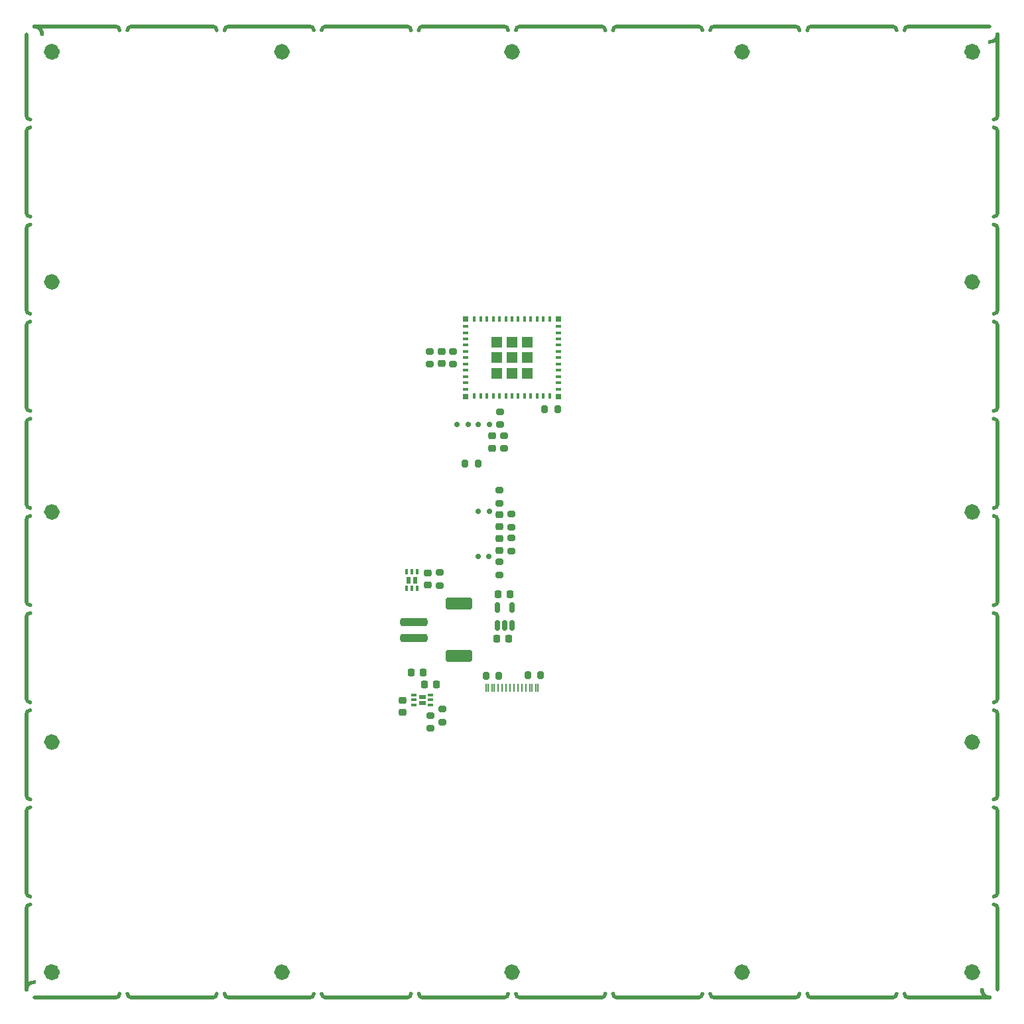
<source format=gtp>
G04 #@! TF.GenerationSoftware,KiCad,Pcbnew,7.0.7*
G04 #@! TF.CreationDate,2023-10-06T21:03:47+01:00*
G04 #@! TF.ProjectId,stencil,7374656e-6369-46c2-9e6b-696361645f70,C*
G04 #@! TF.SameCoordinates,PX8044ea0PY76ec560*
G04 #@! TF.FileFunction,Paste,Top*
G04 #@! TF.FilePolarity,Positive*
%FSLAX46Y46*%
G04 Gerber Fmt 4.6, Leading zero omitted, Abs format (unit mm)*
G04 Created by KiCad (PCBNEW 7.0.7) date 2023-10-06 21:03:47*
%MOMM*%
%LPD*%
G01*
G04 APERTURE LIST*
G04 Aperture macros list*
%AMRoundRect*
0 Rectangle with rounded corners*
0 $1 Rounding radius*
0 $2 $3 $4 $5 $6 $7 $8 $9 X,Y pos of 4 corners*
0 Add a 4 corners polygon primitive as box body*
4,1,4,$2,$3,$4,$5,$6,$7,$8,$9,$2,$3,0*
0 Add four circle primitives for the rounded corners*
1,1,$1+$1,$2,$3*
1,1,$1+$1,$4,$5*
1,1,$1+$1,$6,$7*
1,1,$1+$1,$8,$9*
0 Add four rect primitives between the rounded corners*
20,1,$1+$1,$2,$3,$4,$5,0*
20,1,$1+$1,$4,$5,$6,$7,0*
20,1,$1+$1,$6,$7,$8,$9,0*
20,1,$1+$1,$8,$9,$2,$3,0*%
G04 Aperture macros list end*
%ADD10C,1.000000*%
%ADD11C,0.500000*%
%ADD12C,1.050000*%
%ADD13R,0.630000X0.820000*%
%ADD14R,0.350000X0.650000*%
%ADD15RoundRect,0.200000X-0.275000X0.200000X-0.275000X-0.200000X0.275000X-0.200000X0.275000X0.200000X0*%
%ADD16RoundRect,0.225000X0.225000X0.250000X-0.225000X0.250000X-0.225000X-0.250000X0.225000X-0.250000X0*%
%ADD17RoundRect,0.225000X-0.225000X-0.250000X0.225000X-0.250000X0.225000X0.250000X-0.225000X0.250000X0*%
%ADD18RoundRect,0.150000X0.150000X0.200000X-0.150000X0.200000X-0.150000X-0.200000X0.150000X-0.200000X0*%
%ADD19RoundRect,0.218750X-0.256250X0.218750X-0.256250X-0.218750X0.256250X-0.218750X0.256250X0.218750X0*%
%ADD20RoundRect,0.200000X-0.200000X-0.275000X0.200000X-0.275000X0.200000X0.275000X-0.200000X0.275000X0*%
%ADD21RoundRect,0.200000X0.275000X-0.200000X0.275000X0.200000X-0.275000X0.200000X-0.275000X-0.200000X0*%
%ADD22R,0.800000X0.400000*%
%ADD23R,0.400000X0.800000*%
%ADD24R,1.450000X1.450000*%
%ADD25R,0.700000X0.700000*%
%ADD26RoundRect,0.225000X-0.250000X0.225000X-0.250000X-0.225000X0.250000X-0.225000X0.250000X0.225000X0*%
%ADD27RoundRect,0.150000X-0.150000X-0.200000X0.150000X-0.200000X0.150000X0.200000X-0.150000X0.200000X0*%
%ADD28RoundRect,0.200000X0.200000X0.275000X-0.200000X0.275000X-0.200000X-0.275000X0.200000X-0.275000X0*%
%ADD29RoundRect,0.225000X0.250000X-0.225000X0.250000X0.225000X-0.250000X0.225000X-0.250000X-0.225000X0*%
%ADD30R,0.280000X1.130000*%
%ADD31R,0.230000X1.130000*%
%ADD32RoundRect,0.250000X1.500000X-0.250000X1.500000X0.250000X-1.500000X0.250000X-1.500000X-0.250000X0*%
%ADD33RoundRect,0.250001X1.449999X-0.499999X1.449999X0.499999X-1.449999X0.499999X-1.449999X-0.499999X0*%
%ADD34RoundRect,0.150000X0.150000X-0.512500X0.150000X0.512500X-0.150000X0.512500X-0.150000X-0.512500X0*%
%ADD35R,0.820000X0.630000*%
%ADD36R,0.650000X0.350000*%
G04 APERTURE END LIST*
D10*
X17599819Y89550000D02*
G75*
G03*
X17599819Y89550000I-500000J0D01*
G01*
D11*
X79099819Y-7400000D02*
X79099819Y-17800000D01*
X77099800Y-30200000D02*
G75*
G03*
X78099819Y-31200000I1000000J0D01*
G01*
X-8700181Y-31200019D02*
G75*
G03*
X-8200181Y-30700000I-19J500019D01*
G01*
X79099819Y29800000D02*
X79099819Y19400000D01*
X-44900200Y44200000D02*
G75*
G03*
X-44400181Y43700000I500000J0D01*
G01*
X41399800Y92300000D02*
G75*
G03*
X40899819Y92800000I-500000J0D01*
G01*
X17599800Y-30700000D02*
G75*
G03*
X18099819Y-31200000I500000J0D01*
G01*
X79099800Y-7400000D02*
G75*
G03*
X78599819Y-6900000I-500000J0D01*
G01*
X40899819Y-31200019D02*
G75*
G03*
X41399819Y-30700000I-19J500019D01*
G01*
X28999800Y92300000D02*
G75*
G03*
X28499819Y92800000I-500000J0D01*
G01*
X5699819Y-31200000D02*
X16099819Y-31200000D01*
D12*
X76374819Y-27950000D02*
G75*
G03*
X76374819Y-27950000I-525000J0D01*
G01*
D11*
X-44900200Y31800000D02*
G75*
G03*
X-44400181Y31300000I500000J0D01*
G01*
X79099819Y17400000D02*
X79099819Y7000000D01*
X-44900200Y-5400000D02*
G75*
G03*
X-44400181Y-5900000I500000J0D01*
G01*
X54799800Y-30700000D02*
G75*
G03*
X55299819Y-31200000I500000J0D01*
G01*
X-33500181Y-31200019D02*
G75*
G03*
X-33000181Y-30700000I-19J500019D01*
G01*
X-44900200Y56600000D02*
G75*
G03*
X-44400181Y56100000I500000J0D01*
G01*
D10*
X-41150181Y30800000D02*
G75*
G03*
X-41150181Y30800000I-500000J0D01*
G01*
D11*
X-44400181Y67499981D02*
G75*
G03*
X-44900181Y67000000I-19J-499981D01*
G01*
X-19100181Y92800000D02*
X-8700181Y92800000D01*
X-44900200Y7000000D02*
G75*
G03*
X-44400181Y6500000I500000J0D01*
G01*
X78599819Y43699981D02*
G75*
G03*
X79099819Y44200000I-19J500019D01*
G01*
X78599819Y18899981D02*
G75*
G03*
X79099819Y19400000I-19J500019D01*
G01*
X30499819Y92800000D02*
X40899819Y92800000D01*
X-43900181Y-31200000D02*
X-33500181Y-31200000D01*
X-6700181Y92800000D02*
X3699819Y92800000D01*
X-44900181Y54600000D02*
X-44900181Y44200000D01*
X-44900181Y5000000D02*
X-44900181Y-5400000D01*
X-44400181Y42699981D02*
G75*
G03*
X-44900181Y42200000I-19J-499981D01*
G01*
X53799800Y92300000D02*
G75*
G03*
X53299819Y92800000I-500000J0D01*
G01*
D12*
X-41125181Y89550000D02*
G75*
G03*
X-41125181Y89550000I-525000J0D01*
G01*
D11*
X-44400181Y79899981D02*
G75*
G03*
X-44900181Y79400000I-19J-499981D01*
G01*
X79099800Y29800000D02*
G75*
G03*
X78599819Y30300000I-500000J0D01*
G01*
X78599819Y6499981D02*
G75*
G03*
X79099819Y7000000I-19J500019D01*
G01*
D10*
X-11775181Y89550000D02*
G75*
G03*
X-11775181Y89550000I-500000J0D01*
G01*
X46974819Y89550000D02*
G75*
G03*
X46974819Y89550000I-500000J0D01*
G01*
D11*
X79099819Y5000000D02*
X79099819Y-5400000D01*
X18099819Y92799981D02*
G75*
G03*
X17599819Y92300000I-19J-499981D01*
G01*
D12*
X76374819Y89550000D02*
G75*
G03*
X76374819Y89550000I-525000J0D01*
G01*
D11*
X78599819Y80899981D02*
G75*
G03*
X79099819Y81400000I-19J500019D01*
G01*
X-20600200Y92300000D02*
G75*
G03*
X-21100181Y92800000I-500000J0D01*
G01*
X18099819Y-31200000D02*
X28499819Y-31200000D01*
X30499819Y-31200000D02*
X40899819Y-31200000D01*
X79099819Y-19800000D02*
X79099819Y-30200000D01*
X5199800Y-30700000D02*
G75*
G03*
X5699819Y-31200000I500000J0D01*
G01*
X-19100181Y-31200000D02*
X-8700181Y-31200000D01*
X-44900181Y42200000D02*
X-44900181Y31800000D01*
X-44900200Y-17800000D02*
G75*
G03*
X-44400181Y-18300000I500000J0D01*
G01*
X42899819Y-31200000D02*
X53299819Y-31200000D01*
X79099819Y54600000D02*
X79099819Y44200000D01*
X67199800Y-30700000D02*
G75*
G03*
X67699819Y-31200000I500000J0D01*
G01*
X65699819Y-31200019D02*
G75*
G03*
X66199819Y-30700000I-19J500019D01*
G01*
X-43900181Y92800000D02*
X-33500181Y92800000D01*
X-44400181Y17899981D02*
G75*
G03*
X-44900181Y17400000I-19J-499981D01*
G01*
D10*
X76349819Y30800000D02*
G75*
G03*
X76349819Y30800000I-500000J0D01*
G01*
D11*
X79099819Y91800000D02*
X79099819Y81400000D01*
X79099819Y79400000D02*
X79099819Y69000000D01*
X79099800Y-19800000D02*
G75*
G03*
X78599819Y-19300000I-500000J0D01*
G01*
X3699819Y-31200019D02*
G75*
G03*
X4199819Y-30700000I-19J500019D01*
G01*
D10*
X-41150181Y60175000D02*
G75*
G03*
X-41150181Y60175000I-500000J0D01*
G01*
D11*
X-42900200Y91800000D02*
G75*
G03*
X-43900181Y92800000I-1000000J0D01*
G01*
X-44900200Y81400000D02*
G75*
G03*
X-44400181Y80900000I500000J0D01*
G01*
X42899819Y92800000D02*
X53299819Y92800000D01*
X16099819Y-31200019D02*
G75*
G03*
X16599819Y-30700000I-19J500019D01*
G01*
X78599819Y-5900019D02*
G75*
G03*
X79099819Y-5400000I-19J500019D01*
G01*
X79099800Y17400000D02*
G75*
G03*
X78599819Y17900000I-500000J0D01*
G01*
X-44400181Y55099981D02*
G75*
G03*
X-44900181Y54600000I-19J-499981D01*
G01*
X-32000200Y-30700000D02*
G75*
G03*
X-31500181Y-31200000I500000J0D01*
G01*
D12*
X-41125181Y-27950000D02*
G75*
G03*
X-41125181Y-27950000I-525000J0D01*
G01*
D11*
X-33000200Y92300000D02*
G75*
G03*
X-33500181Y92800000I-500000J0D01*
G01*
X79099819Y42200000D02*
X79099819Y31800000D01*
X67699819Y92799981D02*
G75*
G03*
X67199819Y92300000I-19J-499981D01*
G01*
X79099800Y79400000D02*
G75*
G03*
X78599819Y79900000I-500000J0D01*
G01*
X4199800Y92300000D02*
G75*
G03*
X3699819Y92800000I-500000J0D01*
G01*
D10*
X76349819Y60175000D02*
G75*
G03*
X76349819Y60175000I-500000J0D01*
G01*
D11*
X-44900181Y-19800000D02*
X-44900181Y-30200000D01*
X-44900181Y-7400000D02*
X-44900181Y-17800000D01*
X-44900181Y17400000D02*
X-44900181Y7000000D01*
X78599819Y31299981D02*
G75*
G03*
X79099819Y31800000I-19J500019D01*
G01*
X16599800Y92300000D02*
G75*
G03*
X16099819Y92800000I-500000J0D01*
G01*
X18099819Y92800000D02*
X28499819Y92800000D01*
X55299819Y-31200000D02*
X65699819Y-31200000D01*
D10*
X-11775181Y-27950000D02*
G75*
G03*
X-11775181Y-27950000I-500000J0D01*
G01*
D11*
X66199800Y92300000D02*
G75*
G03*
X65699819Y92800000I-500000J0D01*
G01*
X-44400181Y-6900019D02*
G75*
G03*
X-44900181Y-7400000I-19J-499981D01*
G01*
X-44400181Y30299981D02*
G75*
G03*
X-44900181Y29800000I-19J-499981D01*
G01*
X-44900200Y19400000D02*
G75*
G03*
X-44400181Y18900000I500000J0D01*
G01*
X-43900181Y-29200019D02*
G75*
G03*
X-44900181Y-30200000I-19J-999981D01*
G01*
X5699819Y92800000D02*
X16099819Y92800000D01*
X30499819Y92799981D02*
G75*
G03*
X29999819Y92300000I-19J-499981D01*
G01*
X78599819Y-18300019D02*
G75*
G03*
X79099819Y-17800000I-19J500019D01*
G01*
X-44900181Y67000000D02*
X-44900181Y56600000D01*
X79099800Y42200000D02*
G75*
G03*
X78599819Y42700000I-500000J0D01*
G01*
X55299819Y92800000D02*
X65699819Y92800000D01*
X5699819Y92799981D02*
G75*
G03*
X5199819Y92300000I-19J-499981D01*
G01*
X79099819Y67000000D02*
X79099819Y56600000D01*
X78599819Y56099981D02*
G75*
G03*
X79099819Y56600000I-19J500019D01*
G01*
D10*
X-41150181Y1425000D02*
G75*
G03*
X-41150181Y1425000I-500000J0D01*
G01*
D11*
X-44400181Y-19300019D02*
G75*
G03*
X-44900181Y-19800000I-19J-499981D01*
G01*
X79099800Y5000000D02*
G75*
G03*
X78599819Y5500000I-500000J0D01*
G01*
X-6700181Y-31200000D02*
X3699819Y-31200000D01*
X78099819Y90799981D02*
G75*
G03*
X79099819Y91800000I-19J1000019D01*
G01*
X67699819Y-31200000D02*
X78099819Y-31200000D01*
X-19100181Y92799981D02*
G75*
G03*
X-19600181Y92300000I-19J-499981D01*
G01*
X67699819Y92800000D02*
X78099819Y92800000D01*
X-21100181Y-31200019D02*
G75*
G03*
X-20600181Y-30700000I-19J500019D01*
G01*
X-31500181Y92800000D02*
X-21100181Y92800000D01*
X-19600200Y-30700000D02*
G75*
G03*
X-19100181Y-31200000I500000J0D01*
G01*
X55299819Y92799981D02*
G75*
G03*
X54799819Y92300000I-19J-499981D01*
G01*
X-7200200Y-30700000D02*
G75*
G03*
X-6700181Y-31200000I500000J0D01*
G01*
X-44900181Y29800000D02*
X-44900181Y19400000D01*
X-31500181Y-31200000D02*
X-21100181Y-31200000D01*
X42899819Y92799981D02*
G75*
G03*
X42399819Y92300000I-19J-499981D01*
G01*
X78599819Y68499981D02*
G75*
G03*
X79099819Y69000000I-19J500019D01*
G01*
X79099800Y67000000D02*
G75*
G03*
X78599819Y67500000I-500000J0D01*
G01*
X29999800Y-30700000D02*
G75*
G03*
X30499819Y-31200000I500000J0D01*
G01*
X-31500181Y92799981D02*
G75*
G03*
X-32000181Y92300000I-19J-499981D01*
G01*
X-6700181Y92799981D02*
G75*
G03*
X-7200181Y92300000I-19J-499981D01*
G01*
X-44900181Y91800000D02*
X-44900181Y81400000D01*
D10*
X76349819Y1425000D02*
G75*
G03*
X76349819Y1425000I-500000J0D01*
G01*
X46974819Y-27950000D02*
G75*
G03*
X46974819Y-27950000I-500000J0D01*
G01*
D11*
X-44900200Y69000000D02*
G75*
G03*
X-44400181Y68500000I500000J0D01*
G01*
X79099800Y54600000D02*
G75*
G03*
X78599819Y55100000I-500000J0D01*
G01*
X-44900181Y79400000D02*
X-44900181Y69000000D01*
X-8200200Y92300000D02*
G75*
G03*
X-8700181Y92800000I-500000J0D01*
G01*
X53299819Y-31200019D02*
G75*
G03*
X53799819Y-30700000I-19J500019D01*
G01*
X28499819Y-31200019D02*
G75*
G03*
X28999819Y-30700000I-19J500019D01*
G01*
X42399800Y-30700000D02*
G75*
G03*
X42899819Y-31200000I500000J0D01*
G01*
D10*
X17599819Y-27950000D02*
G75*
G03*
X17599819Y-27950000I-500000J0D01*
G01*
D11*
X-44400181Y5499981D02*
G75*
G03*
X-44900181Y5000000I-19J-499981D01*
G01*
D13*
G04 #@! TO.C,U4*
X4700000Y22100000D03*
X3900000Y22100000D03*
D14*
X4950000Y23150000D03*
X4300000Y23150000D03*
X3650000Y23150000D03*
X3650000Y21050000D03*
X4300000Y21050000D03*
X4950000Y21050000D03*
G04 #@! TD*
D15*
G04 #@! TO.C,R7*
X16122000Y40562000D03*
X16122000Y38912000D03*
G04 #@! TD*
D16*
G04 #@! TO.C,C4*
X7475000Y8800000D03*
X5925000Y8800000D03*
G04 #@! TD*
D17*
G04 #@! TO.C,C1*
X15150000Y14625000D03*
X16700000Y14625000D03*
G04 #@! TD*
D18*
G04 #@! TO.C,D1*
X12800000Y42000000D03*
X14200000Y42000000D03*
G04 #@! TD*
D17*
G04 #@! TO.C,C5*
X4225000Y10300000D03*
X5775000Y10300000D03*
G04 #@! TD*
D19*
G04 #@! TO.C,D5*
X3150000Y6787500D03*
X3150000Y5212500D03*
G04 #@! TD*
D17*
G04 #@! TO.C,C2*
X15325000Y20325000D03*
X16875000Y20325000D03*
G04 #@! TD*
D20*
G04 #@! TO.C,R4*
X19105000Y10004000D03*
X20755000Y10004000D03*
G04 #@! TD*
D21*
G04 #@! TO.C,R10*
X15487000Y31927000D03*
X15487000Y33577000D03*
G04 #@! TD*
D15*
G04 #@! TO.C,R1*
X7850000Y23075000D03*
X7850000Y21425000D03*
G04 #@! TD*
D22*
G04 #@! TO.C,U2*
X11200000Y54500000D03*
X11200000Y53700000D03*
X11200000Y52900000D03*
X11200000Y52100000D03*
X11200000Y51300000D03*
X11200000Y50500000D03*
X11200000Y49700000D03*
X11200000Y48900000D03*
X11200000Y48100000D03*
X11200000Y47300000D03*
X11200000Y46500000D03*
D23*
X12300000Y45600000D03*
X13100000Y45600000D03*
X13900000Y45600000D03*
X14700000Y45600000D03*
X15500000Y45600000D03*
X16300000Y45600000D03*
X17100000Y45600000D03*
X17900000Y45600000D03*
X18700000Y45600000D03*
X19500000Y45600000D03*
X20300000Y45600000D03*
X21100000Y45600000D03*
X21900000Y45600000D03*
D22*
X23000000Y46500000D03*
X23000000Y47300000D03*
X23000000Y48100000D03*
X23000000Y48900000D03*
X23000000Y49700000D03*
X23000000Y50500000D03*
X23000000Y51300000D03*
X23000000Y52100000D03*
X23000000Y52900000D03*
X23000000Y53700000D03*
X23000000Y54500000D03*
D23*
X21900000Y55400000D03*
X21100000Y55400000D03*
X20300000Y55400000D03*
X19500000Y55400000D03*
X18700000Y55400000D03*
X17900000Y55400000D03*
X17100000Y55400000D03*
X16300000Y55400000D03*
X15500000Y55400000D03*
X14700000Y55400000D03*
X13900000Y55400000D03*
X13100000Y55400000D03*
X12300000Y55400000D03*
D24*
X15125000Y52475000D03*
X15125000Y50500000D03*
X15125000Y48525000D03*
X17100000Y52475000D03*
X17100000Y50500000D03*
X17100000Y48525000D03*
X19075000Y52475000D03*
X19075000Y50500000D03*
X19075000Y48525000D03*
D25*
X23050000Y55450000D03*
X23050000Y45550000D03*
X11150000Y45550000D03*
X11150000Y55450000D03*
G04 #@! TD*
D20*
G04 #@! TO.C,R13*
X21275000Y43900000D03*
X22925000Y43900000D03*
G04 #@! TD*
D15*
G04 #@! TO.C,R14*
X15487000Y24433000D03*
X15487000Y22783000D03*
G04 #@! TD*
D26*
G04 #@! TO.C,C7*
X15487000Y30479000D03*
X15487000Y28929000D03*
G04 #@! TD*
D27*
G04 #@! TO.C,D4*
X11500000Y42000000D03*
X10100000Y42000000D03*
G04 #@! TD*
D26*
G04 #@! TO.C,C6*
X14598000Y40499000D03*
X14598000Y38949000D03*
G04 #@! TD*
D15*
G04 #@! TO.C,R3*
X6650000Y4825000D03*
X6650000Y3175000D03*
G04 #@! TD*
D21*
G04 #@! TO.C,R6*
X15614000Y41960000D03*
X15614000Y43610000D03*
G04 #@! TD*
G04 #@! TO.C,R15*
X17011000Y25831000D03*
X17011000Y27481000D03*
G04 #@! TD*
D28*
G04 #@! TO.C,R8*
X12756000Y36943000D03*
X11106000Y36943000D03*
G04 #@! TD*
D15*
G04 #@! TO.C,R12*
X9600000Y51325000D03*
X9600000Y49675000D03*
G04 #@! TD*
D29*
G04 #@! TO.C,C8*
X15487000Y25881000D03*
X15487000Y27431000D03*
G04 #@! TD*
D18*
G04 #@! TO.C,D2*
X12800000Y30847000D03*
X14200000Y30847000D03*
G04 #@! TD*
D21*
G04 #@! TO.C,R9*
X6600000Y49675000D03*
X6600000Y51325000D03*
G04 #@! TD*
D30*
G04 #@! TO.C,USB-C1*
X13775000Y8332000D03*
X14575000Y8332000D03*
D31*
X15850000Y8332000D03*
X16850000Y8332000D03*
X17350000Y8332000D03*
X18350000Y8332000D03*
D30*
X19625000Y8332000D03*
X20425000Y8332000D03*
X20175000Y8332000D03*
X19375000Y8332000D03*
D31*
X18850000Y8332000D03*
X17850000Y8332000D03*
X16350000Y8332000D03*
X15350000Y8332000D03*
D30*
X14825000Y8332000D03*
X14025000Y8332000D03*
G04 #@! TD*
D18*
G04 #@! TO.C,D3*
X12755000Y25132000D03*
X14155000Y25132000D03*
G04 #@! TD*
D26*
G04 #@! TO.C,C3*
X6350000Y23025000D03*
X6350000Y21475000D03*
G04 #@! TD*
D28*
G04 #@! TO.C,R5*
X15421000Y9897000D03*
X13771000Y9897000D03*
G04 #@! TD*
D32*
G04 #@! TO.C,J1*
X4550000Y14750000D03*
X4550000Y16750000D03*
D33*
X10300000Y12400000D03*
X10300000Y19100000D03*
G04 #@! TD*
D15*
G04 #@! TO.C,R11*
X17011000Y30529000D03*
X17011000Y28879000D03*
G04 #@! TD*
D29*
G04 #@! TO.C,C9*
X8100000Y49725000D03*
X8100000Y51275000D03*
G04 #@! TD*
D34*
G04 #@! TO.C,U1*
X15200000Y16350000D03*
X16150000Y16350000D03*
X17100000Y16350000D03*
X17100000Y18625000D03*
X15200000Y18625000D03*
G04 #@! TD*
D21*
G04 #@! TO.C,R2*
X8250000Y3975000D03*
X8250000Y5625000D03*
G04 #@! TD*
D35*
G04 #@! TO.C,U3*
X5650000Y6400000D03*
X5650000Y7200000D03*
D36*
X6700000Y6150000D03*
X6700000Y6800000D03*
X6700000Y7450000D03*
X4600000Y7450000D03*
X4600000Y6800000D03*
X4600000Y6150000D03*
G04 #@! TD*
M02*

</source>
